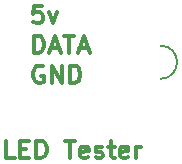
<source format=gbr>
G04 #@! TF.GenerationSoftware,KiCad,Pcbnew,5.0.2+dfsg1-1*
G04 #@! TF.CreationDate,2021-01-04T01:24:12+01:00*
G04 #@! TF.ProjectId,tester,74657374-6572-42e6-9b69-6361645f7063,rev?*
G04 #@! TF.SameCoordinates,Original*
G04 #@! TF.FileFunction,Legend,Top*
G04 #@! TF.FilePolarity,Positive*
%FSLAX46Y46*%
G04 Gerber Fmt 4.6, Leading zero omitted, Abs format (unit mm)*
G04 Created by KiCad (PCBNEW 5.0.2+dfsg1-1) date Mon 04 Jan 2021 01:24:12 AM CET*
%MOMM*%
%LPD*%
G01*
G04 APERTURE LIST*
%ADD10C,0.300000*%
%ADD11C,0.150000*%
G04 APERTURE END LIST*
D10*
X-15052857Y-8298571D02*
X-15767142Y-8298571D01*
X-15767142Y-6798571D01*
X-14552857Y-7512857D02*
X-14052857Y-7512857D01*
X-13838571Y-8298571D02*
X-14552857Y-8298571D01*
X-14552857Y-6798571D01*
X-13838571Y-6798571D01*
X-13195714Y-8298571D02*
X-13195714Y-6798571D01*
X-12838571Y-6798571D01*
X-12624285Y-6870000D01*
X-12481428Y-7012857D01*
X-12409999Y-7155714D01*
X-12338571Y-7441428D01*
X-12338571Y-7655714D01*
X-12409999Y-7941428D01*
X-12481428Y-8084285D01*
X-12624285Y-8227142D01*
X-12838571Y-8298571D01*
X-13195714Y-8298571D01*
X-10767142Y-6798571D02*
X-9910000Y-6798571D01*
X-10338571Y-8298571D02*
X-10338571Y-6798571D01*
X-8838571Y-8227142D02*
X-8981428Y-8298571D01*
X-9267142Y-8298571D01*
X-9410000Y-8227142D01*
X-9481428Y-8084285D01*
X-9481428Y-7512857D01*
X-9410000Y-7370000D01*
X-9267142Y-7298571D01*
X-8981428Y-7298571D01*
X-8838571Y-7370000D01*
X-8767142Y-7512857D01*
X-8767142Y-7655714D01*
X-9481428Y-7798571D01*
X-8195714Y-8227142D02*
X-8052857Y-8298571D01*
X-7767142Y-8298571D01*
X-7624285Y-8227142D01*
X-7552857Y-8084285D01*
X-7552857Y-8012857D01*
X-7624285Y-7870000D01*
X-7767142Y-7798571D01*
X-7981428Y-7798571D01*
X-8124285Y-7727142D01*
X-8195714Y-7584285D01*
X-8195714Y-7512857D01*
X-8124285Y-7370000D01*
X-7981428Y-7298571D01*
X-7767142Y-7298571D01*
X-7624285Y-7370000D01*
X-7124285Y-7298571D02*
X-6552857Y-7298571D01*
X-6910000Y-6798571D02*
X-6910000Y-8084285D01*
X-6838571Y-8227142D01*
X-6695714Y-8298571D01*
X-6552857Y-8298571D01*
X-5481428Y-8227142D02*
X-5624285Y-8298571D01*
X-5910000Y-8298571D01*
X-6052857Y-8227142D01*
X-6124285Y-8084285D01*
X-6124285Y-7512857D01*
X-6052857Y-7370000D01*
X-5910000Y-7298571D01*
X-5624285Y-7298571D01*
X-5481428Y-7370000D01*
X-5410000Y-7512857D01*
X-5410000Y-7655714D01*
X-6124285Y-7798571D01*
X-4767142Y-8298571D02*
X-4767142Y-7298571D01*
X-4767142Y-7584285D02*
X-4695714Y-7441428D01*
X-4624285Y-7370000D01*
X-4481428Y-7298571D01*
X-4338571Y-7298571D01*
X-13417857Y591428D02*
X-13417857Y2091428D01*
X-13060714Y2091428D01*
X-12846428Y2020000D01*
X-12703571Y1877142D01*
X-12632142Y1734285D01*
X-12560714Y1448571D01*
X-12560714Y1234285D01*
X-12632142Y948571D01*
X-12703571Y805714D01*
X-12846428Y662857D01*
X-13060714Y591428D01*
X-13417857Y591428D01*
X-11989285Y1020000D02*
X-11275000Y1020000D01*
X-12132142Y591428D02*
X-11632142Y2091428D01*
X-11132142Y591428D01*
X-10846428Y2091428D02*
X-9989285Y2091428D01*
X-10417857Y591428D02*
X-10417857Y2091428D01*
X-9560714Y1020000D02*
X-8846428Y1020000D01*
X-9703571Y591428D02*
X-9203571Y2091428D01*
X-8703571Y591428D01*
X-12632142Y-520000D02*
X-12775000Y-448571D01*
X-12989285Y-448571D01*
X-13203571Y-520000D01*
X-13346428Y-662857D01*
X-13417857Y-805714D01*
X-13489285Y-1091428D01*
X-13489285Y-1305714D01*
X-13417857Y-1591428D01*
X-13346428Y-1734285D01*
X-13203571Y-1877142D01*
X-12989285Y-1948571D01*
X-12846428Y-1948571D01*
X-12632142Y-1877142D01*
X-12560714Y-1805714D01*
X-12560714Y-1305714D01*
X-12846428Y-1305714D01*
X-11917857Y-1948571D02*
X-11917857Y-448571D01*
X-11060714Y-1948571D01*
X-11060714Y-448571D01*
X-10346428Y-1948571D02*
X-10346428Y-448571D01*
X-9989285Y-448571D01*
X-9775000Y-520000D01*
X-9632142Y-662857D01*
X-9560714Y-805714D01*
X-9489285Y-1091428D01*
X-9489285Y-1305714D01*
X-9560714Y-1591428D01*
X-9632142Y-1734285D01*
X-9775000Y-1877142D01*
X-9989285Y-1948571D01*
X-10346428Y-1948571D01*
X-12703571Y4631428D02*
X-13417857Y4631428D01*
X-13489285Y3917142D01*
X-13417857Y3988571D01*
X-13275000Y4060000D01*
X-12917857Y4060000D01*
X-12775000Y3988571D01*
X-12703571Y3917142D01*
X-12632142Y3774285D01*
X-12632142Y3417142D01*
X-12703571Y3274285D01*
X-12775000Y3202857D01*
X-12917857Y3131428D01*
X-13275000Y3131428D01*
X-13417857Y3202857D01*
X-13489285Y3274285D01*
X-12132142Y4131428D02*
X-11775000Y3131428D01*
X-11417857Y4131428D01*
D11*
G04 #@! TO.C,U1*
X-2700000Y1240000D02*
G75*
G02X-2700000Y-1560000I0J-1400000D01*
G01*
G04 #@! TD*
M02*

</source>
